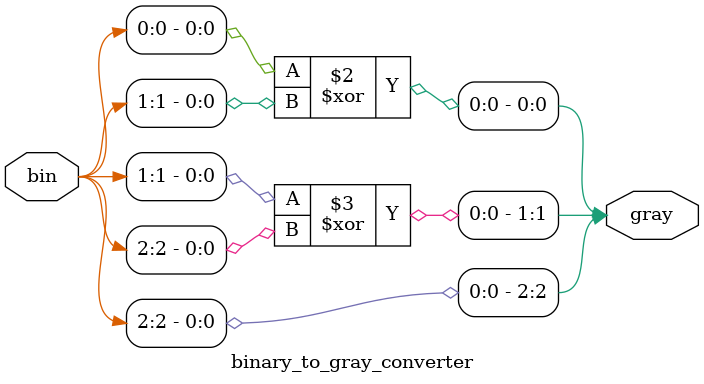
<source format=v>
module binary_gray_updown (
    input clk,
    input rst,
    input en,
    input up,
    input select,
    input [2:0] BIN,
    output reg [2:0] GRAY,
    output reg [3:0] count
);

    wire [2:0] gray_out;
    binary_to_gray_converter gray_converter(.bin(BIN), .gray(gray_out));
    always @ (posedge clk) begin
        if (rst) begin
            count <= 0;
        end else if (en) begin
            if (select) begin
                // Binary-to-Gray conversion mode
                GRAY <= gray_out;
            end else begin
                // Counter mode
                if (up) begin
                    count <= count + 1;
                end else begin
                    count <= count - 1;
                end
                GRAY <= 3'b000;
            end
        end
    end

endmodule

module binary_to_gray_converter (
    input [2:0] bin,
    output reg [2:0] gray
);

    always @* begin
        gray[0] = bin[0] ^ bin[1];
        gray[1] = bin[1] ^ bin[2];
        gray[2] = bin[2];
    end

endmodule
</source>
